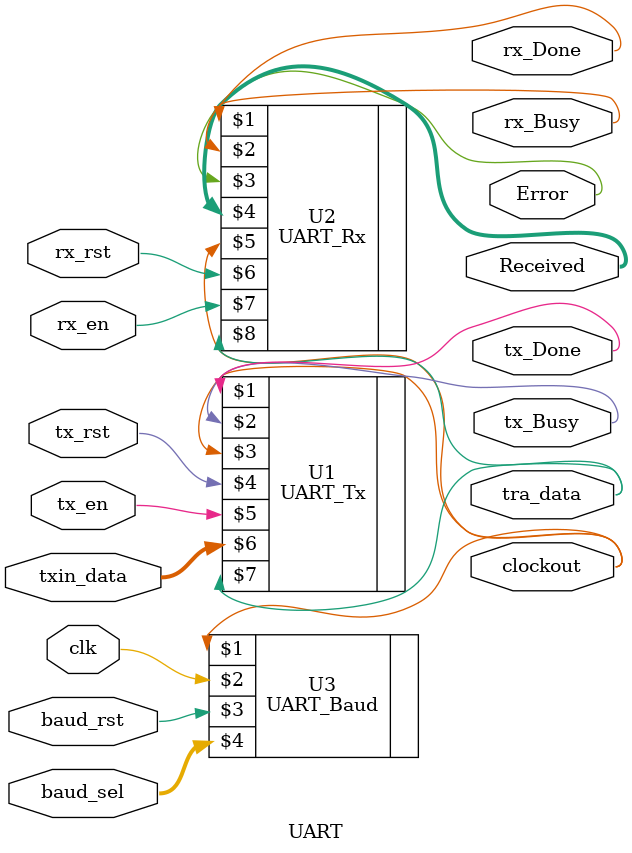
<source format=v>
module UART(clockout,  // Baud Clock 
            tra_data,  // Transmitter Output
            tx_Done,   // Transmitter Done
            tx_Busy,   // Transmitter Busy
            rx_Done,   // Receiver Done
            rx_Busy,   // Receiver Busy
            Error,     // Receiver Error
            Received,  // Received Data
            tx_rst,    // Transmitter Reset
            tx_en,     // Transmitter Enable
            rx_en,     // Receiver Enable
            rx_rst,    // Receiver reset
            /*rx_data,*/   // Receiver Input Data
            clk,       // Board Clock
            txin_data, // Transmitter Input Data
            baud_rst,  // Baud generater Reset
            baud_sel   // Baud Selection Line
               );

input wire tx_rst,tx_en,rx_en,rx_rst,/*rx_data,*/clk,baud_rst;
input wire[1:0]baud_sel;
input wire [9:0]txin_data;
output wire tra_data,tx_Done,tx_Busy,rx_Done,rx_Busy,Error,clockout;
output wire[7:0]Received;

UART_Tx   U1(tx_Done,tx_Busy,clockout,tx_rst,tx_en,txin_data,tra_data);
UART_Rx   U2(rx_Done,rx_Busy,Error,Received,clockout,rx_rst,rx_en,tra_data);
UART_Baud U3(clockout,clk,baud_rst,baud_sel);

endmodule

</source>
